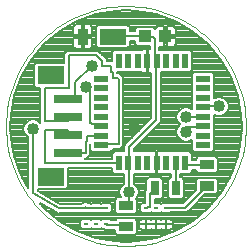
<source format=gtl>
G75*
G70*
%OFA0B0*%
%FSLAX24Y24*%
%IPPOS*%
%LPD*%
%AMOC8*
5,1,8,0,0,1.08239X$1,22.5*
%
%ADD10C,0.0000*%
%ADD11R,0.0220X0.0500*%
%ADD12R,0.0500X0.0220*%
%ADD13R,0.0433X0.0394*%
%ADD14R,0.0315X0.0472*%
%ADD15R,0.0866X0.0551*%
%ADD16R,0.0354X0.0551*%
%ADD17R,0.0157X0.0102*%
%ADD18R,0.0945X0.0276*%
%ADD19R,0.0906X0.0591*%
%ADD20C,0.0080*%
%ADD21C,0.0400*%
D10*
X004223Y009163D02*
X004223Y009182D01*
X004223Y009163D02*
X004228Y008973D01*
X004241Y008784D01*
X004264Y008596D01*
X004295Y008409D01*
X004335Y008224D01*
X004384Y008041D01*
X004442Y007860D01*
X004508Y007683D01*
X004583Y007508D01*
X004666Y007338D01*
X004757Y007172D01*
X004855Y007010D01*
X004962Y006853D01*
X005075Y006701D01*
X005196Y006555D01*
X005323Y006414D01*
X005457Y006280D01*
X005598Y006153D01*
X005744Y006032D01*
X005896Y005919D01*
X006053Y005812D01*
X006214Y005714D01*
X006381Y005623D01*
X006551Y005540D01*
X006726Y005465D01*
X006903Y005399D01*
X007084Y005341D01*
X007267Y005292D01*
X007452Y005252D01*
X007639Y005221D01*
X007827Y005198D01*
X008016Y005185D01*
X008206Y005180D01*
X008243Y005180D01*
X008243Y005181D02*
X008432Y005186D01*
X008621Y005199D01*
X008809Y005222D01*
X008996Y005253D01*
X009181Y005293D01*
X009364Y005342D01*
X009545Y005400D01*
X009722Y005466D01*
X009896Y005541D01*
X010067Y005623D01*
X010233Y005714D01*
X010395Y005813D01*
X010552Y005919D01*
X010703Y006033D01*
X010849Y006153D01*
X010990Y006281D01*
X011123Y006414D01*
X011251Y006555D01*
X011371Y006701D01*
X011485Y006852D01*
X011591Y007009D01*
X011690Y007171D01*
X011781Y007337D01*
X011863Y007508D01*
X011938Y007682D01*
X012004Y007859D01*
X012062Y008040D01*
X012111Y008223D01*
X012151Y008408D01*
X012182Y008595D01*
X012205Y008783D01*
X012218Y008972D01*
X012223Y009161D01*
X012223Y009178D01*
X012218Y009368D01*
X012205Y009558D01*
X012182Y009748D01*
X012151Y009935D01*
X012110Y010122D01*
X012061Y010305D01*
X012003Y010487D01*
X011936Y010665D01*
X011861Y010840D01*
X011778Y011012D01*
X011687Y011179D01*
X011588Y011342D01*
X011481Y011499D01*
X011367Y011652D01*
X011246Y011799D01*
X011117Y011940D01*
X010983Y012074D01*
X010842Y012203D01*
X010695Y012324D01*
X010542Y012438D01*
X010385Y012545D01*
X010222Y012644D01*
X010055Y012735D01*
X009883Y012818D01*
X009708Y012893D01*
X009530Y012960D01*
X009348Y013018D01*
X009165Y013067D01*
X008978Y013108D01*
X008791Y013139D01*
X008601Y013162D01*
X008411Y013175D01*
X008221Y013180D01*
X008031Y013175D01*
X007841Y013162D01*
X007652Y013139D01*
X007464Y013108D01*
X007278Y013067D01*
X007095Y013018D01*
X006913Y012960D01*
X006735Y012894D01*
X006560Y012819D01*
X006389Y012736D01*
X006222Y012644D01*
X006060Y012545D01*
X005902Y012439D01*
X005750Y012325D01*
X005603Y012203D01*
X005462Y012075D01*
X005328Y011941D01*
X005200Y011800D01*
X005078Y011653D01*
X004964Y011501D01*
X004858Y011343D01*
X004759Y011181D01*
X004667Y011014D01*
X004584Y010843D01*
X004509Y010668D01*
X004443Y010490D01*
X004385Y010308D01*
X004336Y010125D01*
X004295Y009939D01*
X004264Y009751D01*
X004241Y009562D01*
X004228Y009372D01*
X004223Y009182D01*
D11*
X007991Y007960D03*
X008306Y007960D03*
X008621Y007960D03*
X008936Y007960D03*
X009250Y007960D03*
X009565Y007960D03*
X009880Y007960D03*
X010195Y007960D03*
X010195Y011340D03*
X009880Y011340D03*
X009565Y011340D03*
X009250Y011340D03*
X008936Y011340D03*
X008621Y011340D03*
X008306Y011340D03*
X007991Y011340D03*
D12*
X007403Y010753D03*
X007403Y010438D03*
X007403Y010123D03*
X007403Y009808D03*
X007403Y009493D03*
X007403Y009178D03*
X007403Y008863D03*
X007403Y008548D03*
X010783Y008548D03*
X010783Y008863D03*
X010783Y009178D03*
X010783Y009493D03*
X010783Y009808D03*
X010783Y010123D03*
X010783Y010438D03*
X010783Y010753D03*
D13*
X009538Y012165D03*
X008868Y012165D03*
D14*
G36*
X011155Y008045D02*
X011156Y007732D01*
X010685Y007731D01*
X010684Y008044D01*
X011155Y008045D01*
G37*
G36*
X011156Y007336D02*
X011157Y007023D01*
X010686Y007022D01*
X010685Y007335D01*
X011156Y007336D01*
G37*
X009892Y007110D03*
X009184Y007110D03*
G36*
X008460Y006691D02*
X008459Y006378D01*
X007988Y006379D01*
X007989Y006692D01*
X008460Y006691D01*
G37*
G36*
X008458Y005982D02*
X008457Y005669D01*
X007986Y005670D01*
X007987Y005983D01*
X008458Y005982D01*
G37*
D15*
X007787Y012160D03*
D16*
X006783Y012160D03*
D17*
X006888Y006458D03*
X007223Y006458D03*
X007558Y006458D03*
X007558Y005903D03*
X007223Y005903D03*
X006888Y005903D03*
X008888Y005903D03*
X009223Y005903D03*
X009558Y005903D03*
X009558Y006458D03*
X009223Y006458D03*
X008888Y006458D03*
D18*
X006295Y008295D03*
X006295Y008885D03*
X006295Y009476D03*
X006295Y010066D03*
D19*
X005725Y010873D03*
X005725Y007488D03*
D20*
X005123Y006930D02*
X005973Y006430D01*
X006823Y006430D01*
X006873Y006480D01*
X006888Y006458D01*
X006923Y006430D01*
X007223Y006430D01*
X007223Y006458D01*
X007223Y006430D02*
X007523Y006430D01*
X007558Y006458D01*
X007606Y006287D02*
X007686Y006287D01*
X007756Y006357D01*
X007756Y006559D01*
X007686Y006629D01*
X007429Y006629D01*
X007390Y006590D01*
X007351Y006629D01*
X007095Y006629D01*
X007056Y006590D01*
X007056Y006590D01*
X007017Y006629D01*
X006950Y006629D01*
X006939Y006640D01*
X006888Y006640D01*
X006837Y006650D01*
X006823Y006640D01*
X006807Y006640D01*
X006795Y006629D01*
X006760Y006629D01*
X006721Y006590D01*
X006017Y006590D01*
X005283Y007022D01*
X005283Y007072D01*
X006227Y007072D01*
X006297Y007143D01*
X006297Y007770D01*
X007761Y007770D01*
X007761Y007661D01*
X007831Y007590D01*
X008146Y007590D01*
X008163Y007590D01*
X008163Y007261D01*
X008142Y007252D01*
X008052Y007162D01*
X008003Y007044D01*
X008003Y006917D01*
X008046Y006812D01*
X007938Y006813D01*
X007868Y006743D01*
X007867Y006328D01*
X007937Y006258D01*
X008509Y006257D01*
X008579Y006327D01*
X008580Y006741D01*
X008558Y006763D01*
X008594Y006799D01*
X008643Y006917D01*
X008643Y007044D01*
X008594Y007162D01*
X008504Y007252D01*
X008483Y007261D01*
X008483Y007590D01*
X008776Y007590D01*
X009062Y007590D01*
X009082Y007570D01*
X009235Y007570D01*
X009235Y007945D01*
X009265Y007945D01*
X009265Y007570D01*
X009418Y007570D01*
X009438Y007590D01*
X009713Y007590D01*
X009713Y007467D01*
X009685Y007467D01*
X009615Y007396D01*
X009615Y006825D01*
X009685Y006754D01*
X010099Y006754D01*
X010170Y006825D01*
X010170Y007396D01*
X010099Y007467D01*
X010033Y007467D01*
X010033Y007590D01*
X010036Y007590D01*
X010355Y007590D01*
X010425Y007661D01*
X010425Y007720D01*
X010564Y007720D01*
X010564Y007680D01*
X010635Y007610D01*
X011207Y007611D01*
X011277Y007681D01*
X011276Y008096D01*
X011206Y008166D01*
X010634Y008165D01*
X010564Y008095D01*
X010564Y008040D01*
X010425Y008040D01*
X010425Y008260D01*
X010355Y008330D01*
X010036Y008330D01*
X009721Y008330D01*
X009438Y008330D01*
X009418Y008350D01*
X009265Y008350D01*
X009265Y007976D01*
X009235Y007976D01*
X009235Y008350D01*
X009082Y008350D01*
X009062Y008330D01*
X008776Y008330D01*
X008483Y008330D01*
X008483Y008414D01*
X009383Y009314D01*
X009383Y009447D01*
X009383Y010970D01*
X009410Y010970D01*
X009725Y010970D01*
X010040Y010970D01*
X010355Y010970D01*
X010425Y011041D01*
X010425Y011640D01*
X010355Y011710D01*
X010040Y011710D01*
X009725Y011710D01*
X009410Y011710D01*
X009333Y011710D01*
X009333Y011829D01*
X009498Y011829D01*
X009498Y012125D01*
X009578Y012125D01*
X009578Y012126D02*
X009578Y012205D01*
X009894Y012205D01*
X009894Y012420D01*
X009812Y012502D01*
X009578Y012502D01*
X009578Y012206D01*
X009498Y012206D01*
X009498Y012502D01*
X009263Y012502D01*
X009189Y012428D01*
X009135Y012482D01*
X008602Y012482D01*
X008532Y012412D01*
X008532Y012340D01*
X008340Y012340D01*
X008340Y012486D01*
X008270Y012556D01*
X007304Y012556D01*
X007234Y012486D01*
X007234Y011835D01*
X007304Y011765D01*
X008270Y011765D01*
X008340Y011835D01*
X008340Y012020D01*
X008532Y012020D01*
X008532Y011919D01*
X008602Y011849D01*
X009013Y011849D01*
X009013Y011730D01*
X008951Y011730D01*
X008951Y011356D01*
X008920Y011356D01*
X008920Y011730D01*
X008767Y011730D01*
X008747Y011710D01*
X008465Y011710D01*
X008150Y011710D01*
X007831Y011710D01*
X007761Y011640D01*
X007761Y011340D01*
X007583Y011340D01*
X007583Y011397D01*
X007383Y011597D01*
X007289Y011690D01*
X006389Y011690D01*
X006257Y011690D01*
X006163Y011597D01*
X006163Y011289D01*
X005222Y011289D01*
X005152Y011218D01*
X005152Y010528D01*
X005222Y010458D01*
X005363Y010458D01*
X005363Y009397D01*
X005363Y009293D01*
X005304Y009352D01*
X005187Y009400D01*
X005059Y009400D01*
X004942Y009352D01*
X004852Y009262D01*
X004803Y009144D01*
X004803Y009017D01*
X004852Y008899D01*
X004942Y008809D01*
X004963Y008800D01*
X004963Y007123D01*
X004723Y007539D01*
X004494Y008169D01*
X004378Y008828D01*
X004363Y009163D01*
X004363Y009182D01*
X004378Y009519D01*
X004494Y010181D01*
X004724Y010813D01*
X005061Y011395D01*
X005493Y011910D01*
X006008Y012343D01*
X006591Y012679D01*
X007222Y012909D01*
X007885Y013026D01*
X008221Y013040D01*
X008558Y013026D01*
X009221Y012909D01*
X009853Y012679D01*
X010436Y012342D01*
X010952Y011909D01*
X011385Y011394D01*
X011721Y010811D01*
X011951Y010178D01*
X012068Y009515D01*
X012083Y009179D01*
X012083Y009161D01*
X012068Y008826D01*
X011952Y008167D01*
X011723Y007538D01*
X011388Y006958D01*
X010958Y006445D01*
X010445Y006015D01*
X009866Y005680D01*
X009237Y005451D01*
X008577Y005335D01*
X008243Y005320D01*
X008206Y005320D01*
X007871Y005335D01*
X007211Y005451D01*
X006582Y005680D01*
X006002Y006015D01*
X005489Y006446D01*
X005349Y006612D01*
X005874Y006303D01*
X005907Y006270D01*
X005929Y006270D01*
X005949Y006259D01*
X005993Y006270D01*
X006867Y006270D01*
X006875Y006264D01*
X006932Y006270D01*
X007157Y006270D01*
X007289Y006270D01*
X007514Y006270D01*
X007571Y006264D01*
X007579Y006270D01*
X007589Y006270D01*
X007606Y006287D01*
X007599Y006280D02*
X007915Y006280D01*
X007867Y006359D02*
X007756Y006359D01*
X007756Y006437D02*
X007867Y006437D01*
X007867Y006516D02*
X007756Y006516D01*
X007721Y006594D02*
X007867Y006594D01*
X007868Y006673D02*
X005877Y006673D01*
X006010Y006594D02*
X006725Y006594D01*
X007052Y006594D02*
X007060Y006594D01*
X007386Y006594D02*
X007394Y006594D01*
X007390Y006590D02*
X007390Y006590D01*
X007351Y006074D02*
X007095Y006074D01*
X007056Y006035D01*
X007017Y006074D01*
X006760Y006074D01*
X006690Y006004D01*
X006690Y005802D01*
X006760Y005732D01*
X007017Y005732D01*
X007056Y005771D01*
X007095Y005732D01*
X007351Y005732D01*
X007390Y005771D01*
X007429Y005732D01*
X007495Y005732D01*
X007507Y005720D01*
X007558Y005720D01*
X007609Y005711D01*
X007622Y005720D01*
X007866Y005720D01*
X007866Y005620D01*
X007936Y005549D01*
X008508Y005548D01*
X008578Y005618D01*
X008579Y006033D01*
X008509Y006103D01*
X007937Y006104D01*
X007873Y006040D01*
X007720Y006040D01*
X007686Y006074D01*
X007429Y006074D01*
X007390Y006035D01*
X007351Y006074D01*
X007381Y006044D02*
X007400Y006044D01*
X007558Y005903D02*
X007573Y005880D01*
X008173Y005880D01*
X008173Y005830D01*
X008222Y005826D01*
X008578Y005809D02*
X008670Y005809D01*
X008670Y005794D02*
X008752Y005712D01*
X008888Y005712D01*
X008888Y005902D01*
X008889Y005902D01*
X008889Y005712D01*
X009025Y005712D01*
X009056Y005742D01*
X009086Y005712D01*
X009223Y005712D01*
X009360Y005712D01*
X009390Y005742D01*
X009421Y005712D01*
X009557Y005712D01*
X009557Y005902D01*
X009558Y005902D01*
X009558Y005712D01*
X009694Y005712D01*
X009776Y005794D01*
X009776Y005903D01*
X009776Y006012D01*
X009694Y006094D01*
X009558Y006094D01*
X009558Y005903D01*
X009776Y005903D01*
X009558Y005903D01*
X009558Y005903D01*
X009557Y005903D01*
X009557Y005903D01*
X009339Y005903D01*
X009223Y005903D01*
X009223Y005903D01*
X009223Y006094D01*
X009360Y006094D01*
X009390Y006063D01*
X009421Y006094D01*
X009557Y006094D01*
X009557Y005903D01*
X009339Y005903D01*
X009223Y005903D01*
X009223Y006094D01*
X009086Y006094D01*
X009056Y006063D01*
X009025Y006094D01*
X008889Y006094D01*
X008889Y005903D01*
X009004Y005903D01*
X009223Y005903D01*
X009223Y005903D01*
X009223Y005903D01*
X009223Y005902D02*
X009223Y005712D01*
X009223Y005902D01*
X009223Y005902D01*
X009223Y005903D02*
X009004Y005903D01*
X008889Y005903D01*
X008889Y005903D01*
X008888Y005903D01*
X008888Y005903D01*
X008670Y005903D01*
X008670Y006012D01*
X008752Y006094D01*
X008888Y006094D01*
X008888Y005903D01*
X008670Y005903D01*
X008670Y005794D01*
X008733Y005730D02*
X008578Y005730D01*
X008578Y005652D02*
X009787Y005652D01*
X009713Y005730D02*
X009952Y005730D01*
X010088Y005809D02*
X009776Y005809D01*
X009776Y005887D02*
X010224Y005887D01*
X010360Y005966D02*
X009776Y005966D01*
X009744Y006044D02*
X010481Y006044D01*
X010574Y006123D02*
X005873Y006123D01*
X005780Y006202D02*
X010668Y006202D01*
X010761Y006280D02*
X008532Y006280D01*
X008579Y006359D02*
X008690Y006359D01*
X008690Y006357D02*
X008760Y006287D01*
X009017Y006287D01*
X009050Y006320D01*
X009061Y006320D01*
X009095Y006287D01*
X009351Y006287D01*
X009390Y006326D01*
X009429Y006287D01*
X009686Y006287D01*
X009697Y006298D01*
X010266Y006298D01*
X010360Y006392D01*
X010870Y006902D01*
X011208Y006902D01*
X011278Y006973D01*
X011277Y007387D01*
X011207Y007457D01*
X010635Y007456D01*
X010565Y007386D01*
X010566Y007050D01*
X010134Y006618D01*
X009697Y006618D01*
X009686Y006629D01*
X009429Y006629D01*
X009390Y006590D01*
X009351Y006629D01*
X009183Y006629D01*
X009183Y006754D01*
X009391Y006754D01*
X009461Y006825D01*
X009461Y007396D01*
X009391Y007467D01*
X008976Y007467D01*
X008906Y007396D01*
X008906Y007040D01*
X008863Y006997D01*
X008863Y006864D01*
X008863Y006640D01*
X008857Y006640D01*
X008845Y006629D01*
X008760Y006629D01*
X008690Y006559D01*
X008690Y006357D01*
X008690Y006437D02*
X008580Y006437D01*
X008580Y006516D02*
X008690Y006516D01*
X008725Y006594D02*
X008580Y006594D01*
X008580Y006673D02*
X008863Y006673D01*
X008863Y006751D02*
X008570Y006751D01*
X008607Y006830D02*
X008863Y006830D01*
X008863Y006908D02*
X008639Y006908D01*
X008643Y006987D02*
X008863Y006987D01*
X008906Y007066D02*
X008634Y007066D01*
X008602Y007144D02*
X008906Y007144D01*
X008906Y007223D02*
X008533Y007223D01*
X008483Y007301D02*
X008906Y007301D01*
X008906Y007380D02*
X008483Y007380D01*
X008483Y007458D02*
X008968Y007458D01*
X009235Y007615D02*
X009265Y007615D01*
X009265Y007694D02*
X009235Y007694D01*
X009235Y007772D02*
X009265Y007772D01*
X009265Y007851D02*
X009235Y007851D01*
X009235Y007929D02*
X009265Y007929D01*
X009265Y008008D02*
X009235Y008008D01*
X009235Y008087D02*
X009265Y008087D01*
X009265Y008165D02*
X009235Y008165D01*
X009235Y008244D02*
X009265Y008244D01*
X009265Y008322D02*
X009235Y008322D01*
X008941Y008872D02*
X009921Y008872D01*
X009903Y008917D02*
X009952Y008799D01*
X010042Y008709D01*
X010159Y008660D01*
X010287Y008660D01*
X010404Y008709D01*
X010413Y008718D01*
X010413Y008703D01*
X010413Y008388D01*
X010483Y008318D01*
X011083Y008318D01*
X011153Y008388D01*
X011153Y008703D01*
X011153Y009018D01*
X011153Y009333D01*
X011153Y009555D01*
X011259Y009510D01*
X011387Y009510D01*
X011504Y009559D01*
X011594Y009649D01*
X011643Y009767D01*
X011643Y009894D01*
X011594Y010012D01*
X011504Y010102D01*
X011387Y010150D01*
X011259Y010150D01*
X011153Y010106D01*
X011153Y010278D01*
X011153Y010593D01*
X011153Y010913D01*
X011083Y010983D01*
X010483Y010983D01*
X010413Y010913D01*
X010413Y010593D01*
X010413Y010278D01*
X010413Y009963D01*
X010413Y009743D01*
X010404Y009752D01*
X010287Y009800D01*
X010159Y009800D01*
X010042Y009752D01*
X009952Y009662D01*
X009903Y009544D01*
X009903Y009417D01*
X009952Y009299D01*
X010020Y009230D01*
X009952Y009162D01*
X009903Y009044D01*
X009903Y008917D01*
X009903Y008951D02*
X009019Y008951D01*
X009098Y009029D02*
X009903Y009029D01*
X009929Y009108D02*
X009176Y009108D01*
X009255Y009186D02*
X009976Y009186D01*
X009986Y009265D02*
X009334Y009265D01*
X009383Y009343D02*
X009933Y009343D01*
X009903Y009422D02*
X009383Y009422D01*
X009383Y009500D02*
X009903Y009500D01*
X009917Y009579D02*
X009383Y009579D01*
X009383Y009657D02*
X009950Y009657D01*
X010026Y009736D02*
X009383Y009736D01*
X009383Y009815D02*
X010413Y009815D01*
X010413Y009893D02*
X009383Y009893D01*
X009383Y009972D02*
X010413Y009972D01*
X010413Y010050D02*
X009383Y010050D01*
X009383Y010129D02*
X010413Y010129D01*
X010413Y010207D02*
X009383Y010207D01*
X009383Y010286D02*
X010413Y010286D01*
X010413Y010364D02*
X009383Y010364D01*
X009383Y010443D02*
X010413Y010443D01*
X010413Y010521D02*
X009383Y010521D01*
X009383Y010600D02*
X010413Y010600D01*
X010413Y010679D02*
X009383Y010679D01*
X009383Y010757D02*
X010413Y010757D01*
X010413Y010836D02*
X009383Y010836D01*
X009383Y010914D02*
X010415Y010914D01*
X010377Y010993D02*
X011616Y010993D01*
X011571Y011071D02*
X010425Y011071D01*
X010425Y011150D02*
X011525Y011150D01*
X011480Y011228D02*
X010425Y011228D01*
X010425Y011307D02*
X011435Y011307D01*
X011389Y011385D02*
X010425Y011385D01*
X010425Y011464D02*
X011326Y011464D01*
X011260Y011542D02*
X010425Y011542D01*
X010425Y011621D02*
X011194Y011621D01*
X011128Y011700D02*
X010366Y011700D01*
X010734Y012092D02*
X009894Y012092D01*
X009894Y012126D02*
X009578Y012126D01*
X009578Y012125D02*
X009578Y011829D01*
X009812Y011829D01*
X009894Y011911D01*
X009894Y012126D01*
X009894Y012014D02*
X010827Y012014D01*
X010921Y011935D02*
X009894Y011935D01*
X009840Y011857D02*
X010996Y011857D01*
X011062Y011778D02*
X009333Y011778D01*
X009498Y011857D02*
X009578Y011857D01*
X009578Y011935D02*
X009498Y011935D01*
X009498Y012014D02*
X009578Y012014D01*
X009578Y012092D02*
X009498Y012092D01*
X009578Y012171D02*
X010640Y012171D01*
X010547Y012249D02*
X009894Y012249D01*
X009894Y012328D02*
X010453Y012328D01*
X010325Y012406D02*
X009894Y012406D01*
X009829Y012485D02*
X010189Y012485D01*
X010052Y012564D02*
X007031Y012564D01*
X007018Y012576D02*
X006823Y012576D01*
X006823Y012201D01*
X006743Y012201D01*
X006743Y012576D01*
X006548Y012576D01*
X006466Y012494D01*
X006466Y012200D01*
X006743Y012200D01*
X006743Y012121D01*
X006466Y012121D01*
X006466Y011827D01*
X006548Y011745D01*
X006743Y011745D01*
X006743Y012120D01*
X006823Y012120D01*
X006823Y011745D01*
X007018Y011745D01*
X007100Y011827D01*
X007100Y012121D01*
X006823Y012121D01*
X006823Y012200D01*
X007100Y012200D01*
X007100Y012494D01*
X007018Y012576D01*
X007100Y012485D02*
X007234Y012485D01*
X007234Y012406D02*
X007100Y012406D01*
X007100Y012328D02*
X007234Y012328D01*
X007234Y012249D02*
X007100Y012249D01*
X007234Y012171D02*
X006823Y012171D01*
X006823Y012249D02*
X006743Y012249D01*
X006743Y012171D02*
X005803Y012171D01*
X005710Y012092D02*
X006466Y012092D01*
X006466Y012014D02*
X005616Y012014D01*
X005522Y011935D02*
X006466Y011935D01*
X006466Y011857D02*
X005448Y011857D01*
X005382Y011778D02*
X006515Y011778D01*
X006323Y011530D02*
X006323Y010430D01*
X005523Y010430D01*
X005523Y009330D01*
X006273Y009330D01*
X006273Y009430D01*
X006295Y009476D01*
X006273Y009030D02*
X006273Y008930D01*
X006295Y008885D01*
X006273Y009030D02*
X005523Y009030D01*
X005523Y007930D01*
X007973Y007930D01*
X007991Y007960D01*
X007761Y008090D02*
X006871Y008090D01*
X006888Y008107D01*
X006888Y008120D01*
X006939Y008120D01*
X007033Y008214D01*
X007033Y008564D01*
X007033Y008564D01*
X007033Y008388D01*
X007103Y008318D01*
X007703Y008318D01*
X007773Y008388D01*
X007773Y008420D01*
X007907Y008420D01*
X008039Y008420D01*
X008133Y008514D01*
X008133Y010664D01*
X008133Y010797D01*
X008083Y010847D01*
X007989Y010940D01*
X007933Y010940D01*
X007933Y010970D01*
X008150Y010970D01*
X008465Y010970D01*
X008747Y010970D01*
X008767Y010950D01*
X008920Y010950D01*
X008920Y011325D01*
X008951Y011325D01*
X008951Y010950D01*
X009063Y010950D01*
X009063Y009447D01*
X008257Y008640D01*
X008163Y008547D01*
X008163Y008330D01*
X008146Y008330D01*
X007831Y008330D01*
X007761Y008260D01*
X007761Y008090D01*
X007761Y008165D02*
X006984Y008165D01*
X007033Y008244D02*
X007761Y008244D01*
X007707Y008322D02*
X007823Y008322D01*
X007773Y008401D02*
X008163Y008401D01*
X008163Y008479D02*
X008098Y008479D01*
X008133Y008558D02*
X008174Y008558D01*
X008133Y008636D02*
X008253Y008636D01*
X008331Y008715D02*
X008133Y008715D01*
X008133Y008793D02*
X008410Y008793D01*
X008488Y008872D02*
X008133Y008872D01*
X008133Y008951D02*
X008567Y008951D01*
X008645Y009029D02*
X008133Y009029D01*
X008133Y009108D02*
X008724Y009108D01*
X008802Y009186D02*
X008133Y009186D01*
X008133Y009265D02*
X008881Y009265D01*
X008960Y009343D02*
X008133Y009343D01*
X008133Y009422D02*
X009038Y009422D01*
X009063Y009500D02*
X008133Y009500D01*
X008133Y009579D02*
X009063Y009579D01*
X009063Y009657D02*
X008133Y009657D01*
X008133Y009736D02*
X009063Y009736D01*
X009063Y009815D02*
X008133Y009815D01*
X008133Y009893D02*
X009063Y009893D01*
X009063Y009972D02*
X008133Y009972D01*
X008133Y010050D02*
X009063Y010050D01*
X009063Y010129D02*
X008133Y010129D01*
X008133Y010207D02*
X009063Y010207D01*
X009063Y010286D02*
X008133Y010286D01*
X008133Y010364D02*
X009063Y010364D01*
X009063Y010443D02*
X008133Y010443D01*
X008133Y010521D02*
X009063Y010521D01*
X009063Y010600D02*
X008133Y010600D01*
X008133Y010679D02*
X009063Y010679D01*
X009063Y010757D02*
X008133Y010757D01*
X008094Y010836D02*
X009063Y010836D01*
X009063Y010914D02*
X008016Y010914D01*
X007923Y010780D02*
X007773Y010780D01*
X007773Y010980D01*
X007723Y010980D01*
X007723Y011180D01*
X007423Y011180D01*
X007423Y011330D01*
X007223Y011530D01*
X006323Y011530D01*
X006163Y011542D02*
X005184Y011542D01*
X005118Y011464D02*
X006163Y011464D01*
X006163Y011385D02*
X005055Y011385D01*
X005010Y011307D02*
X006163Y011307D01*
X006187Y011621D02*
X005250Y011621D01*
X005316Y011700D02*
X007820Y011700D01*
X007761Y011621D02*
X007359Y011621D01*
X007437Y011542D02*
X007761Y011542D01*
X007761Y011464D02*
X007516Y011464D01*
X007583Y011385D02*
X007761Y011385D01*
X007923Y010780D02*
X007973Y010730D01*
X007973Y008580D01*
X007423Y008580D01*
X007403Y008548D01*
X007373Y008830D02*
X007403Y008863D01*
X007373Y008830D02*
X006923Y008830D01*
X006923Y008680D01*
X006873Y008680D01*
X006873Y008280D01*
X006323Y008280D01*
X006295Y008295D01*
X006297Y007694D02*
X007761Y007694D01*
X007806Y007615D02*
X006297Y007615D01*
X006297Y007537D02*
X008163Y007537D01*
X008163Y007458D02*
X006297Y007458D01*
X006297Y007380D02*
X008163Y007380D01*
X008163Y007301D02*
X006297Y007301D01*
X006297Y007223D02*
X008113Y007223D01*
X008044Y007144D02*
X006297Y007144D01*
X005780Y006359D02*
X005593Y006359D01*
X005646Y006437D02*
X005499Y006437D01*
X005513Y006516D02*
X005430Y006516D01*
X005379Y006594D02*
X005364Y006594D01*
X005476Y006908D02*
X008006Y006908D01*
X008003Y006987D02*
X005342Y006987D01*
X005283Y007066D02*
X008012Y007066D01*
X008039Y006830D02*
X005609Y006830D01*
X005743Y006751D02*
X007877Y006751D01*
X008224Y006535D02*
X008273Y006580D01*
X008323Y006630D01*
X008323Y006980D01*
X008323Y007930D01*
X008306Y007960D01*
X008323Y007980D01*
X008323Y008480D01*
X009223Y009380D01*
X009223Y011330D01*
X009250Y011340D01*
X009223Y011380D01*
X009173Y011430D01*
X009173Y012080D01*
X009123Y012130D01*
X008873Y012130D01*
X008868Y012165D01*
X008823Y012180D01*
X007823Y012180D01*
X007787Y012160D01*
X007234Y012092D02*
X007100Y012092D01*
X007100Y012014D02*
X007234Y012014D01*
X007234Y011935D02*
X007100Y011935D01*
X007100Y011857D02*
X007234Y011857D01*
X007291Y011778D02*
X007051Y011778D01*
X006823Y011778D02*
X006743Y011778D01*
X006743Y011857D02*
X006823Y011857D01*
X006823Y011935D02*
X006743Y011935D01*
X006743Y012014D02*
X006823Y012014D01*
X006823Y012092D02*
X006743Y012092D01*
X006743Y012328D02*
X006823Y012328D01*
X006823Y012406D02*
X006743Y012406D01*
X006743Y012485D02*
X006823Y012485D01*
X006823Y012564D02*
X006743Y012564D01*
X006705Y012721D02*
X009738Y012721D01*
X009916Y012642D02*
X006527Y012642D01*
X006535Y012564D02*
X006391Y012564D01*
X006466Y012485D02*
X006254Y012485D01*
X006118Y012406D02*
X006466Y012406D01*
X006466Y012328D02*
X005990Y012328D01*
X005897Y012249D02*
X006466Y012249D01*
X006921Y012799D02*
X009522Y012799D01*
X009306Y012878D02*
X007136Y012878D01*
X007490Y012956D02*
X008952Y012956D01*
X009246Y012485D02*
X008340Y012485D01*
X008340Y012406D02*
X008532Y012406D01*
X008532Y012014D02*
X008340Y012014D01*
X008340Y011935D02*
X008532Y011935D01*
X008594Y011857D02*
X008340Y011857D01*
X008283Y011778D02*
X009013Y011778D01*
X008951Y011700D02*
X008920Y011700D01*
X008920Y011621D02*
X008951Y011621D01*
X008951Y011542D02*
X008920Y011542D01*
X008920Y011464D02*
X008951Y011464D01*
X008951Y011385D02*
X008920Y011385D01*
X008920Y011307D02*
X008951Y011307D01*
X008951Y011228D02*
X008920Y011228D01*
X008920Y011150D02*
X008951Y011150D01*
X008951Y011071D02*
X008920Y011071D01*
X008920Y010993D02*
X008951Y010993D01*
X009498Y012249D02*
X009578Y012249D01*
X009578Y012328D02*
X009498Y012328D01*
X009498Y012406D02*
X009578Y012406D01*
X009578Y012485D02*
X009498Y012485D01*
X008351Y013035D02*
X008091Y013035D01*
X008221Y013040D02*
X008221Y013040D01*
X007073Y011180D02*
X006523Y010630D01*
X006523Y010180D01*
X006423Y010080D01*
X006323Y010080D01*
X006295Y010066D01*
X006873Y010480D02*
X007023Y010480D01*
X007023Y009280D01*
X007073Y009280D01*
X007073Y009230D01*
X007373Y009230D01*
X007373Y009180D01*
X007403Y009178D01*
X007033Y008558D02*
X007033Y008558D01*
X007033Y008479D02*
X007033Y008479D01*
X007033Y008401D02*
X007033Y008401D01*
X007033Y008322D02*
X007099Y008322D01*
X008483Y008401D02*
X010413Y008401D01*
X010413Y008479D02*
X008548Y008479D01*
X008627Y008558D02*
X010413Y008558D01*
X010413Y008636D02*
X008705Y008636D01*
X008784Y008715D02*
X010036Y008715D01*
X009957Y008793D02*
X008862Y008793D01*
X008483Y007537D02*
X009713Y007537D01*
X009677Y007458D02*
X009399Y007458D01*
X009461Y007380D02*
X009615Y007380D01*
X009615Y007301D02*
X009461Y007301D01*
X009461Y007223D02*
X009615Y007223D01*
X009615Y007144D02*
X009461Y007144D01*
X009461Y007066D02*
X009615Y007066D01*
X009615Y006987D02*
X009461Y006987D01*
X009461Y006908D02*
X009615Y006908D01*
X009615Y006830D02*
X009461Y006830D01*
X009394Y006594D02*
X009386Y006594D01*
X009558Y006458D02*
X010200Y006458D01*
X010921Y007179D01*
X010565Y007144D02*
X010170Y007144D01*
X010170Y007066D02*
X010565Y007066D01*
X010503Y006987D02*
X010170Y006987D01*
X010170Y006908D02*
X010424Y006908D01*
X010346Y006830D02*
X010170Y006830D01*
X010267Y006751D02*
X009183Y006751D01*
X009183Y006673D02*
X010189Y006673D01*
X010327Y006359D02*
X010855Y006359D01*
X010949Y006437D02*
X010406Y006437D01*
X010484Y006516D02*
X011017Y006516D01*
X011083Y006594D02*
X010563Y006594D01*
X010641Y006673D02*
X011149Y006673D01*
X011215Y006751D02*
X010720Y006751D01*
X010798Y006830D02*
X011281Y006830D01*
X011214Y006908D02*
X011347Y006908D01*
X011405Y006987D02*
X011278Y006987D01*
X011278Y007066D02*
X011451Y007066D01*
X011496Y007144D02*
X011278Y007144D01*
X011278Y007223D02*
X011541Y007223D01*
X011587Y007301D02*
X011277Y007301D01*
X011277Y007380D02*
X011632Y007380D01*
X011677Y007458D02*
X010108Y007458D01*
X010170Y007380D02*
X010565Y007380D01*
X010565Y007301D02*
X010170Y007301D01*
X010170Y007223D02*
X010565Y007223D01*
X010629Y007615D02*
X010380Y007615D01*
X010425Y007694D02*
X010564Y007694D01*
X010873Y007880D02*
X010223Y007880D01*
X010223Y007930D01*
X010195Y007960D01*
X010425Y008087D02*
X010564Y008087D01*
X010425Y008165D02*
X010748Y008165D01*
X010873Y007880D02*
X010920Y007888D01*
X011277Y007851D02*
X011837Y007851D01*
X011809Y007772D02*
X011277Y007772D01*
X011277Y007694D02*
X011780Y007694D01*
X011751Y007615D02*
X011211Y007615D01*
X011276Y007929D02*
X011866Y007929D01*
X011894Y008008D02*
X011276Y008008D01*
X011276Y008087D02*
X011923Y008087D01*
X011952Y008165D02*
X011207Y008165D01*
X011087Y008322D02*
X011980Y008322D01*
X011966Y008244D02*
X010425Y008244D01*
X010479Y008322D02*
X010363Y008322D01*
X010410Y008715D02*
X010413Y008715D01*
X010223Y008980D02*
X010223Y009130D01*
X010773Y009130D01*
X010783Y009178D01*
X010773Y009480D02*
X010783Y009493D01*
X010773Y009480D02*
X010223Y009480D01*
X010783Y009808D02*
X010823Y009830D01*
X011323Y009830D01*
X011153Y009500D02*
X012069Y009500D01*
X012072Y009422D02*
X011153Y009422D01*
X011153Y009343D02*
X012076Y009343D01*
X012079Y009265D02*
X011153Y009265D01*
X011153Y009186D02*
X012083Y009186D01*
X012081Y009108D02*
X011153Y009108D01*
X011153Y009029D02*
X012077Y009029D01*
X012074Y008951D02*
X011153Y008951D01*
X011153Y008872D02*
X012070Y008872D01*
X012063Y008793D02*
X011153Y008793D01*
X011153Y008715D02*
X012049Y008715D01*
X012035Y008636D02*
X011153Y008636D01*
X011153Y008558D02*
X012021Y008558D01*
X012007Y008479D02*
X011153Y008479D01*
X011153Y008401D02*
X011993Y008401D01*
X011723Y007537D02*
X010033Y007537D01*
X009873Y007930D02*
X009873Y007130D01*
X009892Y007110D01*
X009873Y007930D02*
X009880Y007960D01*
X009184Y007110D02*
X009173Y007080D01*
X009173Y006930D01*
X009023Y006930D01*
X009023Y006480D01*
X008923Y006480D01*
X008888Y006458D01*
X008888Y006044D02*
X008889Y006044D01*
X008888Y005966D02*
X008889Y005966D01*
X008888Y005887D02*
X008889Y005887D01*
X008888Y005809D02*
X008889Y005809D01*
X008888Y005730D02*
X008889Y005730D01*
X009044Y005730D02*
X009068Y005730D01*
X009223Y005730D02*
X009223Y005730D01*
X009223Y005809D02*
X009223Y005809D01*
X009223Y005887D02*
X009223Y005887D01*
X009223Y005966D02*
X009223Y005966D01*
X009223Y006044D02*
X009223Y006044D01*
X009557Y006044D02*
X009558Y006044D01*
X009557Y005966D02*
X009558Y005966D01*
X009557Y005887D02*
X009558Y005887D01*
X009557Y005809D02*
X009558Y005809D01*
X009557Y005730D02*
X009558Y005730D01*
X009402Y005730D02*
X009378Y005730D01*
X009356Y005495D02*
X007092Y005495D01*
X006877Y005573D02*
X007912Y005573D01*
X007866Y005652D02*
X006661Y005652D01*
X006690Y005809D02*
X006359Y005809D01*
X006223Y005887D02*
X006690Y005887D01*
X006690Y005966D02*
X006087Y005966D01*
X005967Y006044D02*
X006730Y006044D01*
X007046Y006044D02*
X007065Y006044D01*
X007497Y005730D02*
X006495Y005730D01*
X005897Y006280D02*
X005686Y006280D01*
X005123Y006930D02*
X005123Y009080D01*
X005313Y009343D02*
X005363Y009343D01*
X005363Y009422D02*
X004373Y009422D01*
X004377Y009500D02*
X005363Y009500D01*
X005363Y009579D02*
X004388Y009579D01*
X004402Y009657D02*
X005363Y009657D01*
X005363Y009736D02*
X004416Y009736D01*
X004430Y009815D02*
X005363Y009815D01*
X005363Y009893D02*
X004444Y009893D01*
X004457Y009972D02*
X005363Y009972D01*
X005363Y010050D02*
X004471Y010050D01*
X004485Y010129D02*
X005363Y010129D01*
X005363Y010207D02*
X004504Y010207D01*
X004533Y010286D02*
X005363Y010286D01*
X005363Y010364D02*
X004561Y010364D01*
X004590Y010443D02*
X005363Y010443D01*
X005159Y010521D02*
X004618Y010521D01*
X004647Y010600D02*
X005152Y010600D01*
X005152Y010679D02*
X004675Y010679D01*
X004704Y010757D02*
X005152Y010757D01*
X005152Y010836D02*
X004737Y010836D01*
X004783Y010914D02*
X005152Y010914D01*
X005152Y010993D02*
X004828Y010993D01*
X004874Y011071D02*
X005152Y011071D01*
X005152Y011150D02*
X004919Y011150D01*
X004964Y011228D02*
X005162Y011228D01*
X004933Y009343D02*
X004370Y009343D01*
X004367Y009265D02*
X004855Y009265D01*
X004820Y009186D02*
X004363Y009186D01*
X004365Y009108D02*
X004803Y009108D01*
X004803Y009029D02*
X004369Y009029D01*
X004372Y008951D02*
X004830Y008951D01*
X004879Y008872D02*
X004376Y008872D01*
X004384Y008793D02*
X004963Y008793D01*
X004963Y008715D02*
X004398Y008715D01*
X004411Y008636D02*
X004963Y008636D01*
X004963Y008558D02*
X004425Y008558D01*
X004439Y008479D02*
X004963Y008479D01*
X004963Y008401D02*
X004453Y008401D01*
X004467Y008322D02*
X004963Y008322D01*
X004963Y008244D02*
X004481Y008244D01*
X004495Y008165D02*
X004963Y008165D01*
X004963Y008087D02*
X004524Y008087D01*
X004552Y008008D02*
X004963Y008008D01*
X004963Y007929D02*
X004581Y007929D01*
X004610Y007851D02*
X004963Y007851D01*
X004963Y007772D02*
X004638Y007772D01*
X004667Y007694D02*
X004963Y007694D01*
X004963Y007615D02*
X004695Y007615D01*
X004724Y007537D02*
X004963Y007537D01*
X004963Y007458D02*
X004770Y007458D01*
X004815Y007380D02*
X004963Y007380D01*
X004963Y007301D02*
X004860Y007301D01*
X004906Y007223D02*
X004963Y007223D01*
X004951Y007144D02*
X004963Y007144D01*
X007411Y005416D02*
X009037Y005416D01*
X008592Y005338D02*
X007857Y005338D01*
X007877Y006044D02*
X007716Y006044D01*
X008533Y005573D02*
X009571Y005573D01*
X008670Y005887D02*
X008579Y005887D01*
X008579Y005966D02*
X008670Y005966D01*
X008702Y006044D02*
X008567Y006044D01*
X011524Y009579D02*
X012057Y009579D01*
X012043Y009657D02*
X011598Y009657D01*
X011630Y009736D02*
X012029Y009736D01*
X012015Y009815D02*
X011643Y009815D01*
X011643Y009893D02*
X012002Y009893D01*
X011988Y009972D02*
X011611Y009972D01*
X011556Y010050D02*
X011974Y010050D01*
X011960Y010129D02*
X011439Y010129D01*
X011207Y010129D02*
X011153Y010129D01*
X011153Y010207D02*
X011941Y010207D01*
X011912Y010286D02*
X011153Y010286D01*
X011153Y010364D02*
X011884Y010364D01*
X011855Y010443D02*
X011153Y010443D01*
X011153Y010521D02*
X011826Y010521D01*
X011798Y010600D02*
X011153Y010600D01*
X011153Y010679D02*
X011769Y010679D01*
X011741Y010757D02*
X011153Y010757D01*
X011153Y010836D02*
X011707Y010836D01*
X011661Y010914D02*
X011151Y010914D01*
D21*
X011323Y009830D03*
X010223Y009480D03*
X010223Y008980D03*
X008473Y009180D03*
X007073Y011180D03*
X006873Y010480D03*
X005123Y009080D03*
X008323Y006980D03*
M02*

</source>
